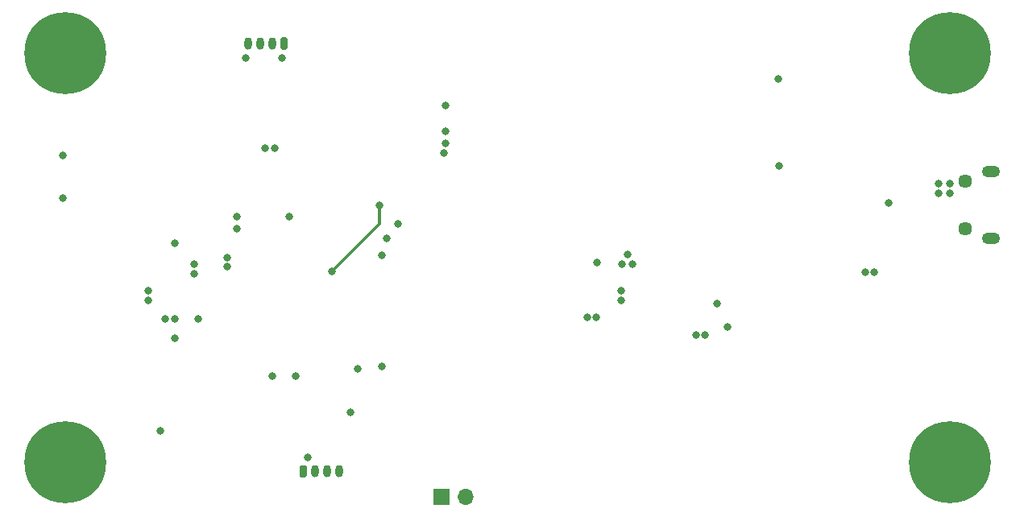
<source format=gbr>
%TF.GenerationSoftware,KiCad,Pcbnew,(5.1.8)-1*%
%TF.CreationDate,2021-03-29T14:59:59+03:00*%
%TF.ProjectId,STM32_PCB,53544d33-325f-4504-9342-2e6b69636164,rev?*%
%TF.SameCoordinates,Original*%
%TF.FileFunction,Copper,L4,Bot*%
%TF.FilePolarity,Positive*%
%FSLAX46Y46*%
G04 Gerber Fmt 4.6, Leading zero omitted, Abs format (unit mm)*
G04 Created by KiCad (PCBNEW (5.1.8)-1) date 2021-03-29 14:59:59*
%MOMM*%
%LPD*%
G01*
G04 APERTURE LIST*
%TA.AperFunction,ComponentPad*%
%ADD10O,1.700000X1.700000*%
%TD*%
%TA.AperFunction,ComponentPad*%
%ADD11R,1.700000X1.700000*%
%TD*%
%TA.AperFunction,ComponentPad*%
%ADD12C,8.600000*%
%TD*%
%TA.AperFunction,ComponentPad*%
%ADD13C,0.900000*%
%TD*%
%TA.AperFunction,ComponentPad*%
%ADD14C,1.450000*%
%TD*%
%TA.AperFunction,ComponentPad*%
%ADD15O,1.900000X1.200000*%
%TD*%
%TA.AperFunction,ComponentPad*%
%ADD16O,0.800000X1.300000*%
%TD*%
%TA.AperFunction,ViaPad*%
%ADD17C,0.800000*%
%TD*%
%TA.AperFunction,Conductor*%
%ADD18C,0.300000*%
%TD*%
G04 APERTURE END LIST*
D10*
%TO.P,J6,2*%
%TO.N,GPIO_0*%
X114040000Y-122650000D03*
D11*
%TO.P,J6,1*%
%TO.N,TIM1_CH1*%
X111500000Y-122650000D03*
%TD*%
D12*
%TO.P,H1,1*%
%TO.N,GND*%
X72000000Y-119000000D03*
D13*
X75225000Y-119000000D03*
X74280419Y-121280419D03*
X72000000Y-122225000D03*
X69719581Y-121280419D03*
X68775000Y-119000000D03*
X69719581Y-116719581D03*
X72000000Y-115775000D03*
X74280419Y-116719581D03*
%TD*%
%TO.P,H2,1*%
%TO.N,GND*%
X167280419Y-116719581D03*
X165000000Y-115775000D03*
X162719581Y-116719581D03*
X161775000Y-119000000D03*
X162719581Y-121280419D03*
X165000000Y-122225000D03*
X167280419Y-121280419D03*
X168225000Y-119000000D03*
D12*
X165000000Y-119000000D03*
%TD*%
D13*
%TO.P,H3,1*%
%TO.N,GND*%
X74280419Y-73719581D03*
X72000000Y-72775000D03*
X69719581Y-73719581D03*
X68775000Y-76000000D03*
X69719581Y-78280419D03*
X72000000Y-79225000D03*
X74280419Y-78280419D03*
X75225000Y-76000000D03*
D12*
X72000000Y-76000000D03*
%TD*%
%TO.P,H4,1*%
%TO.N,GND*%
X165000000Y-76000000D03*
D13*
X168225000Y-76000000D03*
X167280419Y-78280419D03*
X165000000Y-79225000D03*
X162719581Y-78280419D03*
X161775000Y-76000000D03*
X162719581Y-73719581D03*
X165000000Y-72775000D03*
X167280419Y-73719581D03*
%TD*%
D14*
%TO.P,J2,6*%
%TO.N,Net-(J2-Pad6)*%
X166537500Y-94500000D03*
X166537500Y-89500000D03*
D15*
X169237500Y-95500000D03*
X169237500Y-88500000D03*
%TD*%
%TO.P,J3,1*%
%TO.N,+3V3*%
%TA.AperFunction,ComponentPad*%
G36*
G01*
X95400000Y-74550000D02*
X95400000Y-75450000D01*
G75*
G02*
X95200000Y-75650000I-200000J0D01*
G01*
X94800000Y-75650000D01*
G75*
G02*
X94600000Y-75450000I0J200000D01*
G01*
X94600000Y-74550000D01*
G75*
G02*
X94800000Y-74350000I200000J0D01*
G01*
X95200000Y-74350000D01*
G75*
G02*
X95400000Y-74550000I0J-200000D01*
G01*
G37*
%TD.AperFunction*%
D16*
%TO.P,J3,2*%
%TO.N,I2C1_SCL*%
X93750000Y-75000000D03*
%TO.P,J3,3*%
%TO.N,I2C_SDA*%
X92500000Y-75000000D03*
%TO.P,J3,4*%
%TO.N,GND*%
X91250000Y-75000000D03*
%TD*%
%TO.P,J5,4*%
%TO.N,GND*%
X100750000Y-120000000D03*
%TO.P,J5,3*%
%TO.N,USART3_RX*%
X99500000Y-120000000D03*
%TO.P,J5,2*%
%TO.N,USART3_TX*%
X98250000Y-120000000D03*
%TO.P,J5,1*%
%TO.N,+3V3*%
%TA.AperFunction,ComponentPad*%
G36*
G01*
X96600000Y-120450000D02*
X96600000Y-119550000D01*
G75*
G02*
X96800000Y-119350000I200000J0D01*
G01*
X97200000Y-119350000D01*
G75*
G02*
X97400000Y-119550000I0J-200000D01*
G01*
X97400000Y-120450000D01*
G75*
G02*
X97200000Y-120650000I-200000J0D01*
G01*
X96800000Y-120650000D01*
G75*
G02*
X96600000Y-120450000I0J200000D01*
G01*
G37*
%TD.AperFunction*%
%TD*%
D17*
%TO.N,+3V3*%
X146950000Y-78750000D03*
X97500000Y-118500000D03*
X94750000Y-76500000D03*
X83500000Y-106000000D03*
X83500000Y-104000000D03*
X89000000Y-98500000D03*
X111750000Y-86500000D03*
X71750000Y-86750000D03*
X93000000Y-86000000D03*
X94000000Y-86000000D03*
X90000000Y-94500000D03*
X105250000Y-97250000D03*
X102750000Y-109250000D03*
X96250000Y-110000000D03*
X127900000Y-98025000D03*
X130375000Y-100975000D03*
X130375000Y-102000000D03*
X130500000Y-98225000D03*
X131625000Y-98225000D03*
X131075000Y-97200000D03*
%TO.N,GND*%
X90000000Y-93250000D03*
X95500000Y-93250000D03*
X107000000Y-94000000D03*
X105250000Y-109000000D03*
X102000000Y-113750000D03*
X82000000Y-115750000D03*
X71750000Y-91250000D03*
X91000000Y-76500000D03*
X112000000Y-81500000D03*
X85500000Y-98250000D03*
X85500000Y-99250000D03*
X83500000Y-96000000D03*
X82500000Y-104000000D03*
X80750000Y-101000000D03*
X80750000Y-102000000D03*
X93750000Y-110000000D03*
X165000000Y-90750000D03*
X165000000Y-89750000D03*
X163750000Y-89750000D03*
X163750000Y-90750000D03*
X158500000Y-91750000D03*
X89000000Y-97500000D03*
X112000000Y-84250000D03*
X112000000Y-85500000D03*
X86000000Y-104000000D03*
X105750000Y-95500000D03*
X127800000Y-103800000D03*
X126825000Y-103800000D03*
X138275000Y-105650000D03*
X139225000Y-105650000D03*
X141575000Y-104825000D03*
X140525000Y-102325000D03*
X147050000Y-87875000D03*
X156075000Y-99050000D03*
X156975000Y-99025000D03*
%TO.N,NRST*%
X100000000Y-99000000D03*
X105000000Y-92000000D03*
%TD*%
D18*
%TO.N,NRST*%
X105000000Y-94000000D02*
X105000000Y-92000000D01*
X100000000Y-99000000D02*
X105000000Y-94000000D01*
%TD*%
M02*

</source>
